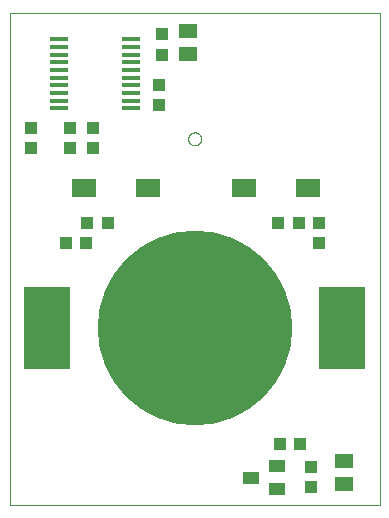
<source format=gtp>
G75*
%MOIN*%
%OFA0B0*%
%FSLAX25Y25*%
%IPPOS*%
%LPD*%
%AMOC8*
5,1,8,0,0,1.08239X$1,22.5*
%
%ADD10C,0.00394*%
%ADD11C,0.00000*%
%ADD12R,0.06496X0.01575*%
%ADD13R,0.04331X0.03937*%
%ADD14R,0.04252X0.04134*%
%ADD15R,0.04134X0.04252*%
%ADD16R,0.03937X0.04331*%
%ADD17R,0.07874X0.06299*%
%ADD18R,0.05512X0.03937*%
%ADD19R,0.06299X0.05118*%
%ADD20R,0.15748X0.27559*%
%ADD21C,0.64961*%
D10*
X0004091Y0003012D02*
X0127319Y0003012D01*
X0127319Y0167185D01*
X0004091Y0167185D01*
X0004091Y0003012D01*
D11*
X0063540Y0125059D02*
X0063542Y0125152D01*
X0063548Y0125244D01*
X0063558Y0125336D01*
X0063572Y0125427D01*
X0063589Y0125518D01*
X0063611Y0125608D01*
X0063636Y0125697D01*
X0063665Y0125785D01*
X0063698Y0125871D01*
X0063735Y0125956D01*
X0063775Y0126040D01*
X0063819Y0126121D01*
X0063866Y0126201D01*
X0063916Y0126279D01*
X0063970Y0126354D01*
X0064027Y0126427D01*
X0064087Y0126497D01*
X0064150Y0126565D01*
X0064216Y0126630D01*
X0064284Y0126692D01*
X0064355Y0126752D01*
X0064429Y0126808D01*
X0064505Y0126861D01*
X0064583Y0126910D01*
X0064663Y0126957D01*
X0064745Y0126999D01*
X0064829Y0127039D01*
X0064914Y0127074D01*
X0065001Y0127106D01*
X0065089Y0127135D01*
X0065178Y0127159D01*
X0065268Y0127180D01*
X0065359Y0127196D01*
X0065451Y0127209D01*
X0065543Y0127218D01*
X0065636Y0127223D01*
X0065728Y0127224D01*
X0065821Y0127221D01*
X0065913Y0127214D01*
X0066005Y0127203D01*
X0066096Y0127188D01*
X0066187Y0127170D01*
X0066277Y0127147D01*
X0066365Y0127121D01*
X0066453Y0127091D01*
X0066539Y0127057D01*
X0066623Y0127020D01*
X0066706Y0126978D01*
X0066787Y0126934D01*
X0066867Y0126886D01*
X0066944Y0126835D01*
X0067018Y0126780D01*
X0067091Y0126722D01*
X0067161Y0126662D01*
X0067228Y0126598D01*
X0067292Y0126532D01*
X0067354Y0126462D01*
X0067412Y0126391D01*
X0067467Y0126317D01*
X0067519Y0126240D01*
X0067568Y0126161D01*
X0067614Y0126081D01*
X0067656Y0125998D01*
X0067694Y0125914D01*
X0067729Y0125828D01*
X0067760Y0125741D01*
X0067787Y0125653D01*
X0067810Y0125563D01*
X0067830Y0125473D01*
X0067846Y0125382D01*
X0067858Y0125290D01*
X0067866Y0125198D01*
X0067870Y0125105D01*
X0067870Y0125013D01*
X0067866Y0124920D01*
X0067858Y0124828D01*
X0067846Y0124736D01*
X0067830Y0124645D01*
X0067810Y0124555D01*
X0067787Y0124465D01*
X0067760Y0124377D01*
X0067729Y0124290D01*
X0067694Y0124204D01*
X0067656Y0124120D01*
X0067614Y0124037D01*
X0067568Y0123957D01*
X0067519Y0123878D01*
X0067467Y0123801D01*
X0067412Y0123727D01*
X0067354Y0123656D01*
X0067292Y0123586D01*
X0067228Y0123520D01*
X0067161Y0123456D01*
X0067091Y0123396D01*
X0067018Y0123338D01*
X0066944Y0123283D01*
X0066867Y0123232D01*
X0066788Y0123184D01*
X0066706Y0123140D01*
X0066623Y0123098D01*
X0066539Y0123061D01*
X0066453Y0123027D01*
X0066365Y0122997D01*
X0066277Y0122971D01*
X0066187Y0122948D01*
X0066096Y0122930D01*
X0066005Y0122915D01*
X0065913Y0122904D01*
X0065821Y0122897D01*
X0065728Y0122894D01*
X0065636Y0122895D01*
X0065543Y0122900D01*
X0065451Y0122909D01*
X0065359Y0122922D01*
X0065268Y0122938D01*
X0065178Y0122959D01*
X0065089Y0122983D01*
X0065001Y0123012D01*
X0064914Y0123044D01*
X0064829Y0123079D01*
X0064745Y0123119D01*
X0064663Y0123161D01*
X0064583Y0123208D01*
X0064505Y0123257D01*
X0064429Y0123310D01*
X0064355Y0123366D01*
X0064284Y0123426D01*
X0064216Y0123488D01*
X0064150Y0123553D01*
X0064087Y0123621D01*
X0064027Y0123691D01*
X0063970Y0123764D01*
X0063916Y0123839D01*
X0063866Y0123917D01*
X0063819Y0123997D01*
X0063775Y0124078D01*
X0063735Y0124162D01*
X0063698Y0124247D01*
X0063665Y0124333D01*
X0063636Y0124421D01*
X0063611Y0124510D01*
X0063589Y0124600D01*
X0063572Y0124691D01*
X0063558Y0124782D01*
X0063548Y0124874D01*
X0063542Y0124966D01*
X0063540Y0125059D01*
D12*
X0044406Y0135256D03*
X0044406Y0137815D03*
X0044406Y0140374D03*
X0044406Y0142933D03*
X0044406Y0145492D03*
X0044406Y0148051D03*
X0044406Y0150610D03*
X0044406Y0153169D03*
X0044406Y0155728D03*
X0044406Y0158287D03*
X0020390Y0158287D03*
X0020390Y0155728D03*
X0020390Y0153169D03*
X0020390Y0150610D03*
X0020390Y0148051D03*
X0020390Y0145492D03*
X0020390Y0142933D03*
X0020390Y0140374D03*
X0020390Y0137815D03*
X0020390Y0135256D03*
D13*
X0024150Y0128799D03*
X0024150Y0122106D03*
X0011000Y0122047D03*
X0011000Y0128740D03*
X0053638Y0136358D03*
X0053638Y0143051D03*
X0107083Y0097028D03*
X0107083Y0090335D03*
D14*
X0054937Y0153169D03*
X0054937Y0160059D03*
X0031787Y0128760D03*
X0031787Y0121870D03*
X0104465Y0015846D03*
X0104465Y0008957D03*
D15*
X0100508Y0097028D03*
X0093618Y0097028D03*
X0036650Y0097106D03*
X0029760Y0097106D03*
D16*
X0029366Y0090276D03*
X0022673Y0090276D03*
X0094091Y0023386D03*
X0100783Y0023386D03*
D17*
X0103303Y0108720D03*
X0082043Y0108720D03*
X0050154Y0108720D03*
X0028894Y0108720D03*
D18*
X0093008Y0015886D03*
X0093008Y0008406D03*
X0084346Y0012146D03*
D19*
X0115606Y0009882D03*
X0115606Y0017756D03*
X0063382Y0153209D03*
X0063382Y0161083D03*
D20*
X0016492Y0062067D03*
X0114917Y0062067D03*
D21*
X0065705Y0062067D03*
M02*

</source>
